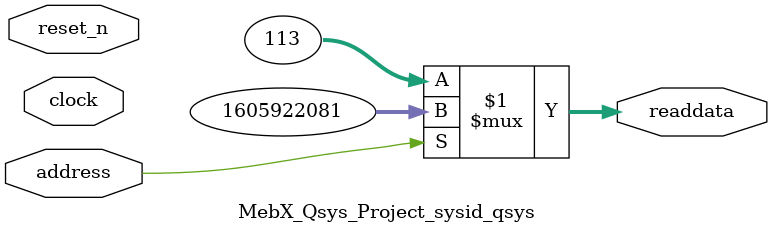
<source format=v>



// synthesis translate_off
`timescale 1ns / 1ps
// synthesis translate_on

// turn off superfluous verilog processor warnings 
// altera message_level Level1 
// altera message_off 10034 10035 10036 10037 10230 10240 10030 

module MebX_Qsys_Project_sysid_qsys (
               // inputs:
                address,
                clock,
                reset_n,

               // outputs:
                readdata
             )
;

  output  [ 31: 0] readdata;
  input            address;
  input            clock;
  input            reset_n;

  wire    [ 31: 0] readdata;
  //control_slave, which is an e_avalon_slave
  assign readdata = address ? 1605922081 : 113;

endmodule



</source>
